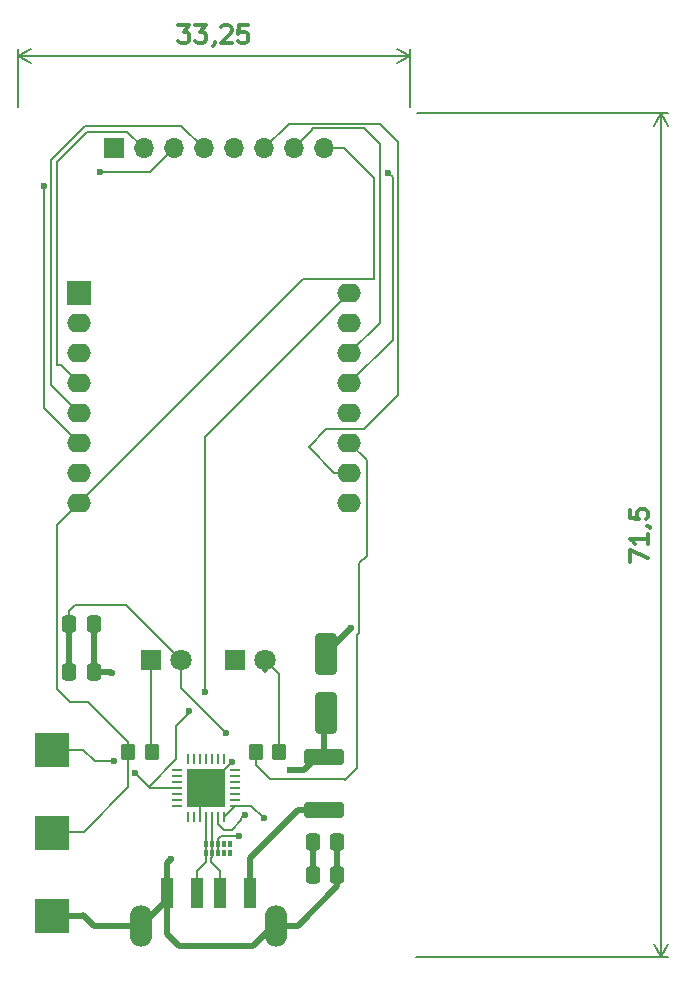
<source format=gtl>
%TF.GenerationSoftware,KiCad,Pcbnew,9.0.0*%
%TF.CreationDate,2025-12-11T14:08:25+01:00*%
%TF.ProjectId,rfidReader,72666964-5265-4616-9465-722e6b696361,rev?*%
%TF.SameCoordinates,Original*%
%TF.FileFunction,Copper,L1,Top*%
%TF.FilePolarity,Positive*%
%FSLAX46Y46*%
G04 Gerber Fmt 4.6, Leading zero omitted, Abs format (unit mm)*
G04 Created by KiCad (PCBNEW 9.0.0) date 2025-12-11 14:08:25*
%MOMM*%
%LPD*%
G01*
G04 APERTURE LIST*
G04 Aperture macros list*
%AMRoundRect*
0 Rectangle with rounded corners*
0 $1 Rounding radius*
0 $2 $3 $4 $5 $6 $7 $8 $9 X,Y pos of 4 corners*
0 Add a 4 corners polygon primitive as box body*
4,1,4,$2,$3,$4,$5,$6,$7,$8,$9,$2,$3,0*
0 Add four circle primitives for the rounded corners*
1,1,$1+$1,$2,$3*
1,1,$1+$1,$4,$5*
1,1,$1+$1,$6,$7*
1,1,$1+$1,$8,$9*
0 Add four rect primitives between the rounded corners*
20,1,$1+$1,$2,$3,$4,$5,0*
20,1,$1+$1,$4,$5,$6,$7,0*
20,1,$1+$1,$6,$7,$8,$9,0*
20,1,$1+$1,$8,$9,$2,$3,0*%
G04 Aperture macros list end*
%ADD10C,0.300000*%
%TA.AperFunction,NonConductor*%
%ADD11C,0.300000*%
%TD*%
%TA.AperFunction,NonConductor*%
%ADD12C,0.200000*%
%TD*%
%TA.AperFunction,SMDPad,CuDef*%
%ADD13RoundRect,0.250000X-1.450000X0.400000X-1.450000X-0.400000X1.450000X-0.400000X1.450000X0.400000X0*%
%TD*%
%TA.AperFunction,SMDPad,CuDef*%
%ADD14R,1.100000X2.500000*%
%TD*%
%TA.AperFunction,HeatsinkPad*%
%ADD15O,1.900000X3.500000*%
%TD*%
%TA.AperFunction,SMDPad,CuDef*%
%ADD16RoundRect,0.075000X-0.075000X-0.200000X0.075000X-0.200000X0.075000X0.200000X-0.075000X0.200000X0*%
%TD*%
%TA.AperFunction,SMDPad,CuDef*%
%ADD17RoundRect,0.250000X-0.337500X-0.475000X0.337500X-0.475000X0.337500X0.475000X-0.337500X0.475000X0*%
%TD*%
%TA.AperFunction,SMDPad,CuDef*%
%ADD18RoundRect,0.062500X0.062500X-0.337500X0.062500X0.337500X-0.062500X0.337500X-0.062500X-0.337500X0*%
%TD*%
%TA.AperFunction,SMDPad,CuDef*%
%ADD19RoundRect,0.062500X0.337500X-0.062500X0.337500X0.062500X-0.337500X0.062500X-0.337500X-0.062500X0*%
%TD*%
%TA.AperFunction,HeatsinkPad*%
%ADD20R,3.250000X3.250000*%
%TD*%
%TA.AperFunction,SMDPad,CuDef*%
%ADD21RoundRect,0.250000X0.350000X0.450000X-0.350000X0.450000X-0.350000X-0.450000X0.350000X-0.450000X0*%
%TD*%
%TA.AperFunction,ComponentPad*%
%ADD22R,1.700000X1.700000*%
%TD*%
%TA.AperFunction,ComponentPad*%
%ADD23O,1.700000X1.700000*%
%TD*%
%TA.AperFunction,ComponentPad*%
%ADD24R,1.800000X1.800000*%
%TD*%
%TA.AperFunction,ComponentPad*%
%ADD25C,1.800000*%
%TD*%
%TA.AperFunction,SMDPad,CuDef*%
%ADD26R,3.000000X3.000000*%
%TD*%
%TA.AperFunction,ComponentPad*%
%ADD27R,2.000000X2.000000*%
%TD*%
%TA.AperFunction,ComponentPad*%
%ADD28O,2.000000X1.600000*%
%TD*%
%TA.AperFunction,SMDPad,CuDef*%
%ADD29RoundRect,0.250000X0.650000X-1.500000X0.650000X1.500000X-0.650000X1.500000X-0.650000X-1.500000X0*%
%TD*%
%TA.AperFunction,ViaPad*%
%ADD30C,0.600000*%
%TD*%
%TA.AperFunction,Conductor*%
%ADD31C,0.200000*%
%TD*%
%TA.AperFunction,Conductor*%
%ADD32C,0.500000*%
%TD*%
G04 APERTURE END LIST*
D10*
D11*
X212875000Y-81978328D02*
X213803572Y-81978328D01*
X213803572Y-81978328D02*
X213303572Y-82549757D01*
X213303572Y-82549757D02*
X213517857Y-82549757D01*
X213517857Y-82549757D02*
X213660715Y-82621185D01*
X213660715Y-82621185D02*
X213732143Y-82692614D01*
X213732143Y-82692614D02*
X213803572Y-82835471D01*
X213803572Y-82835471D02*
X213803572Y-83192614D01*
X213803572Y-83192614D02*
X213732143Y-83335471D01*
X213732143Y-83335471D02*
X213660715Y-83406900D01*
X213660715Y-83406900D02*
X213517857Y-83478328D01*
X213517857Y-83478328D02*
X213089286Y-83478328D01*
X213089286Y-83478328D02*
X212946429Y-83406900D01*
X212946429Y-83406900D02*
X212875000Y-83335471D01*
X214303571Y-81978328D02*
X215232143Y-81978328D01*
X215232143Y-81978328D02*
X214732143Y-82549757D01*
X214732143Y-82549757D02*
X214946428Y-82549757D01*
X214946428Y-82549757D02*
X215089286Y-82621185D01*
X215089286Y-82621185D02*
X215160714Y-82692614D01*
X215160714Y-82692614D02*
X215232143Y-82835471D01*
X215232143Y-82835471D02*
X215232143Y-83192614D01*
X215232143Y-83192614D02*
X215160714Y-83335471D01*
X215160714Y-83335471D02*
X215089286Y-83406900D01*
X215089286Y-83406900D02*
X214946428Y-83478328D01*
X214946428Y-83478328D02*
X214517857Y-83478328D01*
X214517857Y-83478328D02*
X214375000Y-83406900D01*
X214375000Y-83406900D02*
X214303571Y-83335471D01*
X215946428Y-83406900D02*
X215946428Y-83478328D01*
X215946428Y-83478328D02*
X215874999Y-83621185D01*
X215874999Y-83621185D02*
X215803571Y-83692614D01*
X216517857Y-82121185D02*
X216589285Y-82049757D01*
X216589285Y-82049757D02*
X216732143Y-81978328D01*
X216732143Y-81978328D02*
X217089285Y-81978328D01*
X217089285Y-81978328D02*
X217232143Y-82049757D01*
X217232143Y-82049757D02*
X217303571Y-82121185D01*
X217303571Y-82121185D02*
X217375000Y-82264042D01*
X217375000Y-82264042D02*
X217375000Y-82406900D01*
X217375000Y-82406900D02*
X217303571Y-82621185D01*
X217303571Y-82621185D02*
X216446428Y-83478328D01*
X216446428Y-83478328D02*
X217375000Y-83478328D01*
X218732142Y-81978328D02*
X218017856Y-81978328D01*
X218017856Y-81978328D02*
X217946428Y-82692614D01*
X217946428Y-82692614D02*
X218017856Y-82621185D01*
X218017856Y-82621185D02*
X218160714Y-82549757D01*
X218160714Y-82549757D02*
X218517856Y-82549757D01*
X218517856Y-82549757D02*
X218660714Y-82621185D01*
X218660714Y-82621185D02*
X218732142Y-82692614D01*
X218732142Y-82692614D02*
X218803571Y-82835471D01*
X218803571Y-82835471D02*
X218803571Y-83192614D01*
X218803571Y-83192614D02*
X218732142Y-83335471D01*
X218732142Y-83335471D02*
X218660714Y-83406900D01*
X218660714Y-83406900D02*
X218517856Y-83478328D01*
X218517856Y-83478328D02*
X218160714Y-83478328D01*
X218160714Y-83478328D02*
X218017856Y-83406900D01*
X218017856Y-83406900D02*
X217946428Y-83335471D01*
D12*
X199250000Y-88900000D02*
X199250000Y-84013580D01*
X232500000Y-84013580D02*
X232500000Y-88900000D01*
X199250000Y-84600000D02*
X232500000Y-84600000D01*
X199250000Y-84600000D02*
X232500000Y-84600000D01*
X199250000Y-84600000D02*
X200376504Y-84013579D01*
X199250000Y-84600000D02*
X200376504Y-85186421D01*
X232500000Y-84600000D02*
X231373496Y-85186421D01*
X232500000Y-84600000D02*
X231373496Y-84013579D01*
X199250000Y-84600000D02*
X232500000Y-84600000D01*
X199250000Y-84600000D02*
X232500000Y-84600000D01*
X199250000Y-84600000D02*
X200376504Y-84013579D01*
X199250000Y-84600000D02*
X200376504Y-85186421D01*
X232500000Y-84600000D02*
X231373496Y-85186421D01*
X232500000Y-84600000D02*
X231373496Y-84013579D01*
D10*
D11*
X251128328Y-127435713D02*
X251128328Y-126435713D01*
X251128328Y-126435713D02*
X252628328Y-127078570D01*
X252628328Y-125078570D02*
X252628328Y-125935713D01*
X252628328Y-125507142D02*
X251128328Y-125507142D01*
X251128328Y-125507142D02*
X251342614Y-125649999D01*
X251342614Y-125649999D02*
X251485471Y-125792856D01*
X251485471Y-125792856D02*
X251556900Y-125935713D01*
X252556900Y-124364285D02*
X252628328Y-124364285D01*
X252628328Y-124364285D02*
X252771185Y-124435714D01*
X252771185Y-124435714D02*
X252842614Y-124507142D01*
X251128328Y-123007142D02*
X251128328Y-123721428D01*
X251128328Y-123721428D02*
X251842614Y-123792856D01*
X251842614Y-123792856D02*
X251771185Y-123721428D01*
X251771185Y-123721428D02*
X251699757Y-123578571D01*
X251699757Y-123578571D02*
X251699757Y-123221428D01*
X251699757Y-123221428D02*
X251771185Y-123078571D01*
X251771185Y-123078571D02*
X251842614Y-123007142D01*
X251842614Y-123007142D02*
X251985471Y-122935713D01*
X251985471Y-122935713D02*
X252342614Y-122935713D01*
X252342614Y-122935713D02*
X252485471Y-123007142D01*
X252485471Y-123007142D02*
X252556900Y-123078571D01*
X252556900Y-123078571D02*
X252628328Y-123221428D01*
X252628328Y-123221428D02*
X252628328Y-123578571D01*
X252628328Y-123578571D02*
X252556900Y-123721428D01*
X252556900Y-123721428D02*
X252485471Y-123792856D01*
D12*
X233100000Y-89400000D02*
X254336420Y-89400000D01*
X254336420Y-160900000D02*
X233000000Y-160900000D01*
X253750000Y-89400000D02*
X253750000Y-160900000D01*
X253750000Y-89400000D02*
X253750000Y-160900000D01*
X253750000Y-89400000D02*
X254336421Y-90526504D01*
X253750000Y-89400000D02*
X253163579Y-90526504D01*
X253750000Y-160900000D02*
X253163579Y-159773496D01*
X253750000Y-160900000D02*
X254336421Y-159773496D01*
X253750000Y-89400000D02*
X253750000Y-160900000D01*
X253750000Y-89400000D02*
X253750000Y-160900000D01*
X253750000Y-89400000D02*
X254336421Y-90526504D01*
X253750000Y-89400000D02*
X253163579Y-90526504D01*
X253750000Y-160900000D02*
X253163579Y-159773496D01*
X253750000Y-160900000D02*
X254336421Y-159773496D01*
D13*
%TO.P,F2,1*%
%TO.N,VBUS*%
X225200000Y-143951667D03*
%TO.P,F2,2*%
%TO.N,+5V*%
X225200000Y-148401667D03*
%TD*%
D14*
%TO.P,J1,1,VBUS*%
%TO.N,+5V*%
X218915000Y-155450000D03*
%TO.P,J1,2,D-*%
%TO.N,/D-*%
X216415000Y-155450000D03*
%TO.P,J1,3,D+*%
%TO.N,/D+*%
X214415000Y-155450000D03*
%TO.P,J1,4,GND*%
%TO.N,GND*%
X211915000Y-155450000D03*
D15*
%TO.P,J1,5,Shield*%
X221115000Y-158200000D03*
X209715000Y-158200000D03*
%TD*%
D16*
%TO.P,U3,1,D1+*%
%TO.N,/D+*%
X215200000Y-152039000D03*
%TO.P,U3,2,D1-*%
%TO.N,/D-*%
X215700000Y-152039000D03*
%TO.P,U3,3,GND*%
%TO.N,GND*%
X216200000Y-152039000D03*
%TO.P,U3,4,D2+*%
%TO.N,unconnected-(U3-D2+-Pad4)*%
X216700000Y-152039000D03*
%TO.P,U3,5,D2-*%
%TO.N,unconnected-(U3-D2--Pad5)*%
X217200000Y-152039000D03*
%TO.P,U3,6,NC*%
%TO.N,unconnected-(U3-NC-Pad6)*%
X217200000Y-151269000D03*
%TO.P,U3,7,NC*%
%TO.N,unconnected-(U3-NC-Pad7)*%
X216700000Y-151269000D03*
%TO.P,U3,8,GND*%
%TO.N,GND*%
X216200000Y-151269000D03*
%TO.P,U3,9,NC*%
%TO.N,/D-*%
X215700000Y-151269000D03*
%TO.P,U3,10,NC*%
%TO.N,/D+*%
X215200000Y-151269000D03*
%TD*%
D17*
%TO.P,C2,1*%
%TO.N,Net-(Marche2-A)*%
X203642500Y-136706000D03*
%TO.P,C2,2*%
%TO.N,GND*%
X205717500Y-136706000D03*
%TD*%
D18*
%TO.P,U1A1,1,DCD*%
%TO.N,unconnected-(U1A1-DCD-Pad1)*%
X213700000Y-149008000D03*
%TO.P,U1A1,2,RI*%
%TO.N,unconnected-(U1A1-RI-Pad2)*%
X214200000Y-149008000D03*
%TO.P,U1A1,3,GND*%
%TO.N,GND*%
X214700000Y-149008000D03*
%TO.P,U1A1,4,D+*%
%TO.N,/D+*%
X215200000Y-149008000D03*
%TO.P,U1A1,5,D-*%
%TO.N,/D-*%
X215700000Y-149008000D03*
%TO.P,U1A1,6,VDD*%
%TO.N,Net-(Marche2-A)*%
X216200000Y-149008000D03*
%TO.P,U1A1,7,REGIN*%
%TO.N,VBUS*%
X216700000Y-149008000D03*
D19*
%TO.P,U1A1,8,VBUS*%
X217650000Y-148058000D03*
%TO.P,U1A1,9,RST*%
%TO.N,unconnected-(U1A1-RST-Pad9)*%
X217650000Y-147558000D03*
%TO.P,U1A1,10,NC*%
%TO.N,unconnected-(U1A1-NC-Pad10)*%
X217650000Y-147058000D03*
%TO.P,U1A1,11,SUSPEND*%
%TO.N,unconnected-(U1A1-SUSPEND-Pad11)*%
X217650000Y-146558000D03*
%TO.P,U1A1,12,SUSPEND*%
%TO.N,unconnected-(U1A1-SUSPEND-Pad12)*%
X217650000Y-146058000D03*
%TO.P,U1A1,13,NC*%
%TO.N,unconnected-(U1A1-NC-Pad13)*%
X217650000Y-145558000D03*
%TO.P,U1A1,14,NC*%
%TO.N,unconnected-(U1A1-NC-Pad14)*%
X217650000Y-145058000D03*
D18*
%TO.P,U1A1,15,NC*%
%TO.N,unconnected-(U1A1-NC-Pad15)*%
X216700000Y-144108000D03*
%TO.P,U1A1,16,NC*%
%TO.N,unconnected-(U1A1-NC-Pad16)*%
X216200000Y-144108000D03*
%TO.P,U1A1,17,NC*%
%TO.N,unconnected-(U1A1-NC-Pad17)*%
X215700000Y-144108000D03*
%TO.P,U1A1,18,NC*%
%TO.N,unconnected-(U1A1-NC-Pad18)*%
X215200000Y-144108000D03*
%TO.P,U1A1,19,NC*%
%TO.N,unconnected-(U1A1-NC-Pad19)*%
X214700000Y-144108000D03*
%TO.P,U1A1,20,NC*%
%TO.N,unconnected-(U1A1-NC-Pad20)*%
X214200000Y-144108000D03*
%TO.P,U1A1,21,NC*%
%TO.N,unconnected-(U1A1-NC-Pad21)*%
X213700000Y-144108000D03*
D19*
%TO.P,U1A1,22,NC*%
%TO.N,unconnected-(U1A1-NC-Pad22)*%
X212750000Y-145058000D03*
%TO.P,U1A1,23,CTS*%
%TO.N,unconnected-(U1A1-CTS-Pad23)*%
X212750000Y-145558000D03*
%TO.P,U1A1,24,RTS*%
%TO.N,unconnected-(U1A1-RTS-Pad24)*%
X212750000Y-146058000D03*
%TO.P,U1A1,25,RXD*%
%TO.N,/RX*%
X212750000Y-146558000D03*
%TO.P,U1A1,26,TXD*%
%TO.N,unconnected-(U1A1-TXD-Pad26)*%
X212750000Y-147058000D03*
%TO.P,U1A1,27,DSR*%
%TO.N,unconnected-(U1A1-DSR-Pad27)*%
X212750000Y-147558000D03*
%TO.P,U1A1,28,DTR*%
%TO.N,unconnected-(U1A1-DTR-Pad28)*%
X212750000Y-148058000D03*
D20*
%TO.P,U1A1,29,GND*%
%TO.N,GND*%
X215200000Y-146558000D03*
%TD*%
D17*
%TO.P,C4,1*%
%TO.N,VBUS*%
X224232500Y-153924000D03*
%TO.P,C4,2*%
%TO.N,GND*%
X226307500Y-153924000D03*
%TD*%
%TO.P,C3,1*%
%TO.N,VBUS*%
X224232500Y-151120333D03*
%TO.P,C3,2*%
%TO.N,GND*%
X226307500Y-151120333D03*
%TD*%
%TO.P,C1,1*%
%TO.N,Net-(Marche2-A)*%
X203642500Y-132642000D03*
%TO.P,C1,2*%
%TO.N,GND*%
X205717500Y-132642000D03*
%TD*%
D21*
%TO.P,R8,1*%
%TO.N,Net-(Validation1-A)*%
X221400000Y-143500000D03*
%TO.P,R8,2*%
%TO.N,/D4*%
X219400000Y-143500000D03*
%TD*%
D22*
%TO.P,U2,1,SDA*%
%TO.N,Net-(U1-SDA{slash}D2)*%
X207400000Y-92400000D03*
D23*
%TO.P,U2,2,SCK*%
%TO.N,Net-(U1-SCK{slash}D5)*%
X209940000Y-92400000D03*
%TO.P,U2,3,MOSI*%
%TO.N,Net-(U1-MOSI{slash}D7)*%
X212480000Y-92400000D03*
%TO.P,U2,4,MISO*%
%TO.N,Net-(U1-MISO{slash}D6)*%
X215020000Y-92400000D03*
%TO.P,U2,5,IRQ*%
%TO.N,unconnected-(U2-IRQ-Pad5)*%
X217560000Y-92400000D03*
%TO.P,U2,6,GND*%
%TO.N,GND*%
X220100000Y-92400000D03*
%TO.P,U2,7,RST*%
%TO.N,Net-(U1-SCL{slash}D1)*%
X222640000Y-92400000D03*
%TO.P,U2,8,3.3V*%
%TO.N,VDD*%
X225180000Y-92400000D03*
%TD*%
D24*
%TO.P,OK,1,K*%
%TO.N,GND*%
X217625000Y-135700000D03*
D25*
%TO.P,OK,2,A*%
%TO.N,Net-(Validation1-A)*%
X220165000Y-135700000D03*
%TD*%
D26*
%TO.P,GND,1,1*%
%TO.N,GND*%
X202150000Y-157350000D03*
%TD*%
%TO.P,RX,1,1*%
%TO.N,/RX*%
X202150000Y-143350000D03*
%TD*%
D24*
%TO.P,Marche,1,K*%
%TO.N,Net-(Marche2-K)*%
X210525000Y-135700000D03*
D25*
%TO.P,Marche,2,A*%
%TO.N,Net-(Marche2-A)*%
X213065000Y-135700000D03*
%TD*%
D21*
%TO.P,R9,1*%
%TO.N,Net-(Marche2-K)*%
X210600000Y-143500000D03*
%TO.P,R9,2*%
%TO.N,VDD*%
X208600000Y-143500000D03*
%TD*%
D27*
%TO.P,U1,1,~{RST}*%
%TO.N,unconnected-(U1-~{RST}-Pad1)*%
X204470000Y-104648000D03*
D28*
%TO.P,U1,2,A0*%
%TO.N,unconnected-(U1-A0-Pad2)*%
X204470000Y-107188000D03*
%TO.P,U1,3,D0*%
%TO.N,unconnected-(U1-D0-Pad3)*%
X204470000Y-109728000D03*
%TO.P,U1,4,SCK/D5*%
%TO.N,Net-(U1-SCK{slash}D5)*%
X204470000Y-112268000D03*
%TO.P,U1,5,MISO/D6*%
%TO.N,Net-(U1-MISO{slash}D6)*%
X204470000Y-114808000D03*
%TO.P,U1,6,MOSI/D7*%
%TO.N,Net-(U1-MOSI{slash}D7)*%
X204470000Y-117348000D03*
%TO.P,U1,7,CS/D8*%
%TO.N,unconnected-(U1-CS{slash}D8-Pad7)*%
X204470000Y-119888000D03*
%TO.P,U1,8,3V3*%
%TO.N,VDD*%
X204470000Y-122428000D03*
%TO.P,U1,9,5V*%
%TO.N,unconnected-(U1-5V-Pad9)*%
X227330000Y-122428000D03*
%TO.P,U1,10,GND*%
%TO.N,GND*%
X227330000Y-119888000D03*
%TO.P,U1,11,D4*%
%TO.N,/D4*%
X227330000Y-117348000D03*
%TO.P,U1,12,D3*%
%TO.N,unconnected-(U1-D3-Pad12)*%
X227330000Y-114808000D03*
%TO.P,U1,13,SDA/D2*%
%TO.N,Net-(U1-SDA{slash}D2)*%
X227330000Y-112268000D03*
%TO.P,U1,14,SCL/D1*%
%TO.N,Net-(U1-SCL{slash}D1)*%
X227330000Y-109728000D03*
%TO.P,U1,15,RX*%
%TO.N,unconnected-(U1-RX-Pad15)*%
X227330000Y-107188000D03*
%TO.P,U1,16,TX*%
%TO.N,/RX*%
X227330000Y-104648000D03*
%TD*%
D26*
%TO.P,3.3V,1,1*%
%TO.N,VDD*%
X202150000Y-150350000D03*
%TD*%
D29*
%TO.P,D1,1,K*%
%TO.N,VBUS*%
X225400000Y-140168000D03*
%TO.P,D1,2,A*%
%TO.N,GND*%
X225400000Y-135168000D03*
%TD*%
D30*
%TO.N,GND*%
X218000000Y-150650000D03*
X227500000Y-133000000D03*
X217400000Y-144350000D03*
X212250000Y-152600000D03*
X207250000Y-136850000D03*
%TO.N,VBUS*%
X222300000Y-145000000D03*
%TO.N,Net-(Marche2-A)*%
X218500000Y-148800000D03*
%TO.N,VBUS*%
X220100000Y-149100000D03*
%TO.N,/RX*%
X215100000Y-138400000D03*
%TO.N,Net-(Marche2-A)*%
X216900000Y-141900000D03*
%TO.N,Net-(U1-MOSI{slash}D7)*%
X206200000Y-94400000D03*
X201500000Y-95600000D03*
%TO.N,Net-(U1-SDA{slash}D2)*%
X230600000Y-94450000D03*
%TO.N,/RX*%
X207400000Y-144300000D03*
X209200000Y-145300000D03*
%TO.N,VBUS*%
X224232500Y-151120333D03*
%TO.N,/RX*%
X213800000Y-140000000D03*
%TD*%
D31*
%TO.N,VDD*%
X203700000Y-139300000D02*
X202600000Y-138200000D01*
D32*
%TO.N,GND*%
X212900000Y-159900000D02*
X219200000Y-159900000D01*
X209715000Y-158200000D02*
X205700000Y-158200000D01*
D31*
%TO.N,VDD*%
X208500000Y-143600000D02*
X208500000Y-143700000D01*
X226900000Y-92400000D02*
X225180000Y-92400000D01*
X202600000Y-124298000D02*
X204470000Y-122428000D01*
X208600000Y-142700000D02*
X205200000Y-139300000D01*
X208600000Y-143500000D02*
X208600000Y-142700000D01*
X208600000Y-146500000D02*
X204850000Y-150250000D01*
X205200000Y-139300000D02*
X203700000Y-139300000D01*
X202600000Y-138200000D02*
X202600000Y-124298000D01*
X202250000Y-150250000D02*
X202150000Y-150350000D01*
X208600000Y-143500000D02*
X208500000Y-143600000D01*
X229400000Y-103500000D02*
X229400000Y-94900000D01*
X204850000Y-150250000D02*
X204800000Y-150300000D01*
X229400000Y-94900000D02*
X226900000Y-92400000D01*
X204850000Y-150250000D02*
X202250000Y-150250000D01*
X223398000Y-103500000D02*
X229400000Y-103500000D01*
X208600000Y-143500000D02*
X208600000Y-146500000D01*
X204470000Y-122428000D02*
X223398000Y-103500000D01*
%TO.N,GND*%
X222200000Y-90300000D02*
X229900000Y-90300000D01*
D32*
X226307500Y-154892500D02*
X223000000Y-158200000D01*
D31*
X216200000Y-151269000D02*
X216200000Y-152039000D01*
X216450000Y-150650000D02*
X216800000Y-150650000D01*
D32*
X211915000Y-158915000D02*
X212900000Y-159900000D01*
D31*
X216400000Y-150700000D02*
X216450000Y-150650000D01*
D32*
X226307500Y-151120333D02*
X226307500Y-153924000D01*
X204750000Y-157350000D02*
X202150000Y-157350000D01*
X226307500Y-153924000D02*
X226307500Y-154892500D01*
X219200000Y-159900000D02*
X220900000Y-158200000D01*
X225400000Y-135168000D02*
X225400000Y-135100000D01*
D31*
X226088000Y-119888000D02*
X227330000Y-119888000D01*
X231500000Y-91900000D02*
X231500000Y-113300000D01*
D32*
X223000000Y-158200000D02*
X221115000Y-158200000D01*
D31*
X228600000Y-116200000D02*
X225400000Y-116200000D01*
X229900000Y-90300000D02*
X231500000Y-91900000D01*
D32*
X225400000Y-135100000D02*
X227500000Y-133000000D01*
X205717500Y-136706000D02*
X205717500Y-132642000D01*
D31*
X231500000Y-113300000D02*
X228600000Y-116200000D01*
X216200000Y-150900000D02*
X216400000Y-150700000D01*
D32*
%TO.N,VBUS*%
X225200000Y-143951667D02*
X225200000Y-140368000D01*
D31*
%TO.N,GND*%
X216800000Y-150650000D02*
X218000000Y-150650000D01*
D32*
%TO.N,VBUS*%
X223500000Y-145000000D02*
X222300000Y-145000000D01*
D31*
%TO.N,GND*%
X225400000Y-116200000D02*
X223900000Y-117700000D01*
D32*
%TO.N,VBUS*%
X225200000Y-143951667D02*
X224548333Y-143951667D01*
D31*
X217650000Y-148058000D02*
X219058000Y-148058000D01*
D32*
X224400000Y-144100000D02*
X223500000Y-145000000D01*
D31*
X217650000Y-148058000D02*
X216700000Y-149008000D01*
D32*
X224548333Y-143951667D02*
X224400000Y-144100000D01*
X224232500Y-151120333D02*
X224232500Y-153924000D01*
X225200000Y-140368000D02*
X225400000Y-140168000D01*
D31*
X219058000Y-148058000D02*
X220100000Y-149100000D01*
%TO.N,/D+*%
X215225000Y-152192794D02*
X215225000Y-152189000D01*
X215225000Y-152189000D02*
X215200000Y-152164000D01*
X215190000Y-152227794D02*
X215225000Y-152192794D01*
X215200000Y-151269000D02*
X215200000Y-149008000D01*
X214415000Y-153574999D02*
X215190000Y-152799999D01*
D32*
%TO.N,+5V*%
X218915000Y-152485000D02*
X218915000Y-155450000D01*
D31*
%TO.N,/D-*%
X215640000Y-152400000D02*
X215675000Y-152365000D01*
X216415000Y-153574999D02*
X215640000Y-152799999D01*
D32*
%TO.N,+5V*%
X225200000Y-148401667D02*
X222998333Y-148401667D01*
D31*
%TO.N,/D-*%
X215675000Y-152365000D02*
X215675000Y-152189000D01*
D32*
%TO.N,+5V*%
X222998333Y-148401667D02*
X218915000Y-152485000D01*
D31*
%TO.N,/D-*%
X215700000Y-149008000D02*
X215700000Y-151269000D01*
X215675000Y-152189000D02*
X215700000Y-152164000D01*
X216415000Y-155450000D02*
X216415000Y-153574999D01*
X215700000Y-152164000D02*
X215700000Y-152039000D01*
X215640000Y-152799999D02*
X215640000Y-152400000D01*
%TO.N,/D+*%
X214415000Y-155450000D02*
X214415000Y-153574999D01*
%TO.N,/D-*%
X215700000Y-151269000D02*
X215700000Y-152039000D01*
%TO.N,GND*%
X216200000Y-151269000D02*
X216200000Y-150900000D01*
D32*
X211915000Y-156000000D02*
X209715000Y-158200000D01*
X211915000Y-155450000D02*
X211915000Y-156000000D01*
X205700000Y-158200000D02*
X204800000Y-157300000D01*
X217625000Y-135700000D02*
X217600000Y-135700000D01*
D31*
X215200000Y-146550000D02*
X217400000Y-144350000D01*
D32*
X211915000Y-155450000D02*
X211915000Y-158915000D01*
X205717500Y-136706000D02*
X207106000Y-136706000D01*
X211915000Y-152935000D02*
X212250000Y-152600000D01*
D31*
X214700000Y-149008000D02*
X214700000Y-147058000D01*
D32*
X204800000Y-157300000D02*
X204750000Y-157350000D01*
D31*
X223900000Y-117700000D02*
X226088000Y-119888000D01*
D32*
X211915000Y-155450000D02*
X211915000Y-155085000D01*
X207106000Y-136706000D02*
X207250000Y-136850000D01*
D31*
X215200000Y-146558000D02*
X215200000Y-146550000D01*
X214700000Y-147058000D02*
X215200000Y-146558000D01*
D32*
X211915000Y-155085000D02*
X212100000Y-154900000D01*
X220900000Y-158200000D02*
X221115000Y-158200000D01*
X211915000Y-155450000D02*
X211915000Y-152935000D01*
D31*
X220100000Y-92400000D02*
X222200000Y-90300000D01*
%TO.N,Net-(Marche2-A)*%
X217400000Y-150100000D02*
X218200000Y-149300000D01*
X216700000Y-150100000D02*
X217400000Y-150100000D01*
X216900000Y-141900000D02*
X213065000Y-138065000D01*
%TO.N,/D+*%
X215200000Y-152039000D02*
X215200000Y-151269000D01*
%TO.N,Net-(Marche2-A)*%
X208465000Y-131100000D02*
X204100000Y-131100000D01*
X218200000Y-149100000D02*
X218500000Y-148800000D01*
X218200000Y-149300000D02*
X218200000Y-149100000D01*
%TO.N,/D+*%
X215190000Y-152799999D02*
X215190000Y-152227794D01*
%TO.N,Net-(Marche2-A)*%
X216200000Y-149008000D02*
X216200000Y-149600000D01*
%TO.N,/D+*%
X215200000Y-152164000D02*
X215200000Y-152039000D01*
D32*
%TO.N,Net-(Marche2-A)*%
X203642500Y-136706000D02*
X203642500Y-137242500D01*
D31*
X216200000Y-149600000D02*
X216700000Y-150100000D01*
X203642500Y-131557500D02*
X203642500Y-132642000D01*
X213065000Y-135700000D02*
X208465000Y-131100000D01*
D32*
X203642500Y-136706000D02*
X203642500Y-132642000D01*
D31*
X213065000Y-138065000D02*
X213065000Y-135700000D01*
X204100000Y-131100000D02*
X203642500Y-131557500D01*
%TO.N,Net-(Validation1-A)*%
X221400000Y-143500000D02*
X221400000Y-136935000D01*
D32*
X220165000Y-135700000D02*
X220165000Y-136565000D01*
D31*
%TO.N,Net-(U1-SCL{slash}D1)*%
X222640000Y-92400000D02*
X224200000Y-90840000D01*
X224200000Y-90840000D02*
X224200000Y-90700000D01*
%TO.N,/D4*%
X228800000Y-126900000D02*
X228800000Y-118818000D01*
X228200000Y-133400000D02*
X228200000Y-127500000D01*
X227000000Y-145900000D02*
X228000000Y-144900000D01*
%TO.N,Net-(U1-SCL{slash}D1)*%
X229900000Y-92000000D02*
X229900000Y-107158000D01*
%TO.N,/D4*%
X226900000Y-145800000D02*
X227000000Y-145900000D01*
X219400000Y-143500000D02*
X219400000Y-144600000D01*
%TO.N,Net-(U1-SCL{slash}D1)*%
X224200000Y-90700000D02*
X228600000Y-90700000D01*
X228600000Y-90700000D02*
X229900000Y-92000000D01*
%TO.N,/D4*%
X228800000Y-118818000D02*
X227330000Y-117348000D01*
%TO.N,Net-(U1-SCL{slash}D1)*%
X229900000Y-107158000D02*
X227330000Y-109728000D01*
%TO.N,/D4*%
X228000000Y-133600000D02*
X228200000Y-133400000D01*
X228200000Y-127500000D02*
X228800000Y-126900000D01*
X219400000Y-144600000D02*
X220600000Y-145800000D01*
X228000000Y-144900000D02*
X228000000Y-133600000D01*
%TO.N,Net-(Validation1-A)*%
X221400000Y-136935000D02*
X220165000Y-135700000D01*
%TO.N,/D4*%
X220600000Y-145800000D02*
X226900000Y-145800000D01*
%TO.N,/RX*%
X210350000Y-146450000D02*
X212700000Y-144100000D01*
%TO.N,Net-(U1-SCK{slash}D5)*%
X204470000Y-112268000D02*
X202902000Y-110700000D01*
X202902000Y-110700000D02*
X202600000Y-110700000D01*
%TO.N,/RX*%
X215100000Y-116878000D02*
X227330000Y-104648000D01*
%TO.N,Net-(U1-SCK{slash}D5)*%
X202600000Y-93550000D02*
X205150000Y-91000000D01*
%TO.N,/RX*%
X215100000Y-138400000D02*
X215100000Y-116878000D01*
X212700000Y-141300000D02*
X213800000Y-140200000D01*
X212700000Y-144100000D02*
X212700000Y-141300000D01*
X212750000Y-146558000D02*
X210458000Y-146558000D01*
X210350000Y-146450000D02*
X209200000Y-145300000D01*
X210458000Y-146558000D02*
X210350000Y-146450000D01*
%TO.N,Net-(U1-SCK{slash}D5)*%
X208540000Y-91000000D02*
X209940000Y-92400000D01*
%TO.N,/RX*%
X213800000Y-140200000D02*
X213800000Y-140000000D01*
X207400000Y-144300000D02*
X205800000Y-144300000D01*
%TO.N,Net-(U1-SCK{slash}D5)*%
X205150000Y-91000000D02*
X208540000Y-91000000D01*
X202600000Y-110700000D02*
X202600000Y-93550000D01*
%TO.N,/RX*%
X205800000Y-144300000D02*
X204800000Y-143300000D01*
X204800000Y-143300000D02*
X204750000Y-143350000D01*
X204750000Y-143350000D02*
X202150000Y-143350000D01*
%TO.N,Net-(U1-MISO{slash}D6)*%
X202100000Y-93400000D02*
X205000000Y-90500000D01*
%TO.N,Net-(U1-SDA{slash}D2)*%
X231000000Y-108598000D02*
X227330000Y-112268000D01*
%TO.N,Net-(U1-MOSI{slash}D7)*%
X201500000Y-114378000D02*
X201500000Y-95600000D01*
X204470000Y-117348000D02*
X201500000Y-114378000D01*
%TO.N,Net-(U1-MISO{slash}D6)*%
X205000000Y-90500000D02*
X213120000Y-90500000D01*
D32*
%TO.N,Net-(Marche2-K)*%
X210525000Y-135700000D02*
X210600000Y-135775000D01*
D31*
%TO.N,Net-(U1-MISO{slash}D6)*%
X204470000Y-114808000D02*
X202100000Y-112438000D01*
%TO.N,Net-(U1-MOSI{slash}D7)*%
X206200000Y-94400000D02*
X210480000Y-94400000D01*
%TO.N,Net-(U1-MISO{slash}D6)*%
X213120000Y-90500000D02*
X215020000Y-92400000D01*
%TO.N,Net-(U1-SDA{slash}D2)*%
X231000000Y-94850000D02*
X231000000Y-108598000D01*
X230600000Y-94450000D02*
X231000000Y-94850000D01*
%TO.N,Net-(U1-MISO{slash}D6)*%
X202100000Y-112438000D02*
X202100000Y-93400000D01*
%TO.N,Net-(U1-MOSI{slash}D7)*%
X210480000Y-94400000D02*
X212480000Y-92400000D01*
%TO.N,Net-(Marche2-K)*%
X210525000Y-143425000D02*
X210525000Y-135700000D01*
X210600000Y-143500000D02*
X210525000Y-143425000D01*
%TD*%
M02*

</source>
